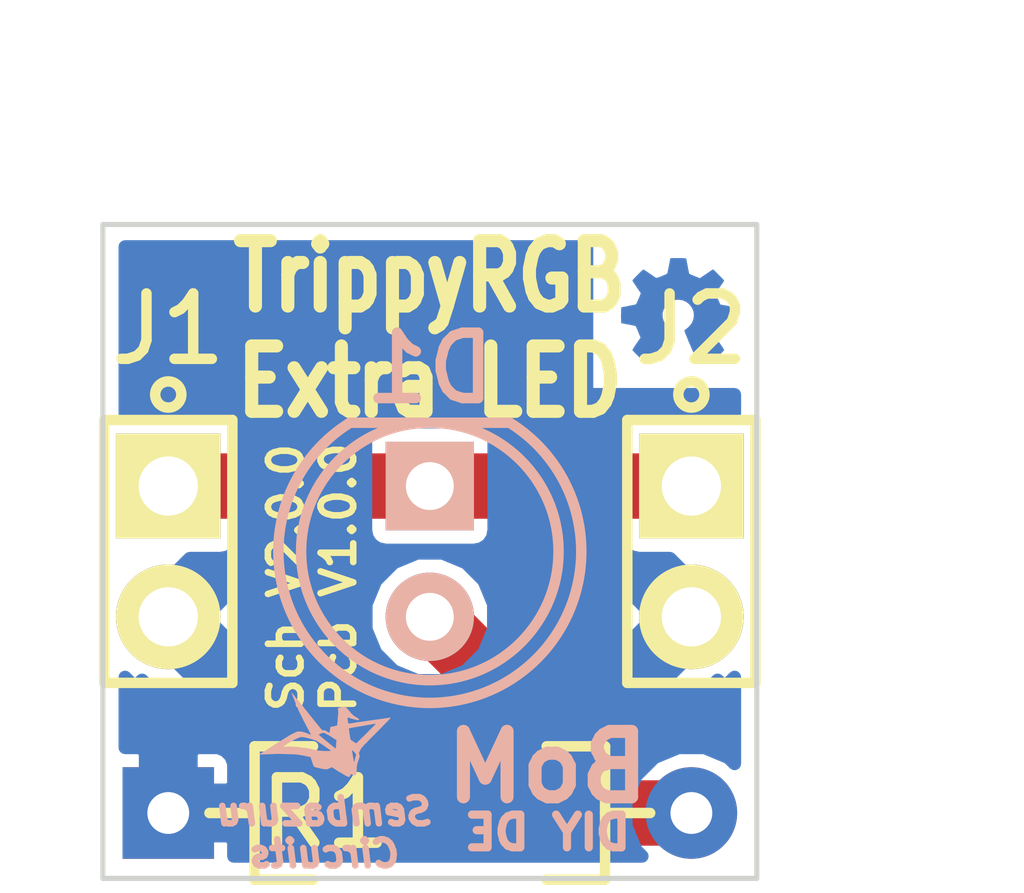
<source format=kicad_pcb>
(kicad_pcb (version 4) (host pcbnew 4.0.4-stable)

  (general
    (links 5)
    (no_connects 0)
    (area 150.1267 96.36 172.739525 114.846101)
    (thickness 1.6002)
    (drawings 11)
    (tracks 4)
    (zones 0)
    (modules 6)
    (nets 4)
  )

  (page A4)
  (title_block
    (title "Interactive Rainbow - Extra LEDs")
    (date 2016-10-08)
    (rev 1.0.0)
    (company "Sembazuru Circuit (for Barrel of Makers)")
    (comment 1 "1.0.0 - First PWB layout.")
  )

  (layers
    (0 F.Cu signal)
    (31 B.Cu signal)
    (32 B.Adhes user)
    (33 F.Adhes user)
    (34 B.Paste user)
    (35 F.Paste user)
    (36 B.SilkS user)
    (37 F.SilkS user)
    (38 B.Mask user)
    (39 F.Mask user)
    (40 Dwgs.User user)
    (41 Cmts.User user)
    (42 Eco1.User user)
    (43 Eco2.User user)
    (44 Edge.Cuts user)
    (45 Margin user)
    (46 B.CrtYd user)
    (47 F.CrtYd user)
    (48 B.Fab user)
    (49 F.Fab user)
  )

  (setup
    (last_trace_width 1.27)
    (trace_clearance 0.254)
    (zone_clearance 0.254)
    (zone_45_only no)
    (trace_min 0.1524)
    (segment_width 0.2)
    (edge_width 0.1)
    (via_size 0.6858)
    (via_drill 0.3302)
    (via_min_size 0.6858)
    (via_min_drill 0.3302)
    (uvia_size 0.762)
    (uvia_drill 0.508)
    (uvias_allowed no)
    (uvia_min_size 0)
    (uvia_min_drill 0)
    (pcb_text_width 0.3)
    (pcb_text_size 1.5 1.5)
    (mod_edge_width 0.15)
    (mod_text_size 1 1)
    (mod_text_width 0.15)
    (pad_size 1.7145 1.7145)
    (pad_drill 0.93)
    (pad_to_mask_clearance 0)
    (aux_axis_origin 152.4 101.6)
    (visible_elements 7FFFFFFF)
    (pcbplotparams
      (layerselection 0x301f0_80000001)
      (usegerberextensions true)
      (usegerberattributes true)
      (excludeedgelayer true)
      (linewidth 0.076200)
      (plotframeref false)
      (viasonmask false)
      (mode 1)
      (useauxorigin true)
      (hpglpennumber 1)
      (hpglpenspeed 20)
      (hpglpendiameter 15)
      (hpglpenoverlay 2)
      (psnegative false)
      (psa4output false)
      (plotreference true)
      (plotvalue true)
      (plotinvisibletext false)
      (padsonsilk false)
      (subtractmaskfromsilk true)
      (outputformat 1)
      (mirror false)
      (drillshape 0)
      (scaleselection 1)
      (outputdirectory Gerbers/))
  )

  (net 0 "")
  (net 1 "Net-(D1-Pad2)")
  (net 2 +5V)
  (net 3 /~LED_On)

  (net_class Default "This is the default net class."
    (clearance 0.254)
    (trace_width 1.27)
    (via_dia 0.6858)
    (via_drill 0.3302)
    (uvia_dia 0.762)
    (uvia_drill 0.508)
    (add_net +5V)
    (add_net /~LED_On)
    (add_net "Net-(D1-Pad2)")
  )

  (module logos:OSHW_02mm_copper_noMask (layer B.Cu) (tedit 0) (tstamp 573C0CC6)
    (at 163.576 103.251 180)
    (fp_text reference G*** (at 0 -1.17856 180) (layer B.SilkS) hide
      (effects (font (size 0.1016 0.1016) (thickness 0.02032)) (justify mirror))
    )
    (fp_text value LOGO (at 0 1.17856 180) (layer B.SilkS) hide
      (effects (font (size 0.1016 0.1016) (thickness 0.02032)) (justify mirror))
    )
    (fp_poly (pts (xy -0.6731 -0.99822) (xy -0.66294 -0.99314) (xy -0.635 -0.97536) (xy -0.59944 -0.9525)
      (xy -0.55372 -0.92202) (xy -0.51054 -0.89154) (xy -0.47498 -0.86868) (xy -0.44958 -0.8509)
      (xy -0.43942 -0.84582) (xy -0.4318 -0.84836) (xy -0.41148 -0.85852) (xy -0.381 -0.87376)
      (xy -0.36322 -0.88392) (xy -0.33528 -0.89408) (xy -0.32258 -0.89662) (xy -0.32004 -0.89408)
      (xy -0.30988 -0.87376) (xy -0.29464 -0.83566) (xy -0.27178 -0.7874) (xy -0.24892 -0.73152)
      (xy -0.22352 -0.67056) (xy -0.19558 -0.6096) (xy -0.17272 -0.54864) (xy -0.14986 -0.4953)
      (xy -0.13208 -0.45212) (xy -0.12192 -0.42164) (xy -0.11684 -0.40894) (xy -0.11938 -0.4064)
      (xy -0.13208 -0.3937) (xy -0.15748 -0.37592) (xy -0.20828 -0.33274) (xy -0.26162 -0.2667)
      (xy -0.2921 -0.19304) (xy -0.3048 -0.11176) (xy -0.29464 -0.03556) (xy -0.26416 0.03556)
      (xy -0.21336 0.1016) (xy -0.1524 0.14986) (xy -0.08128 0.18034) (xy 0 0.1905)
      (xy 0.0762 0.18288) (xy 0.14986 0.1524) (xy 0.2159 0.1016) (xy 0.24384 0.07112)
      (xy 0.28194 0.00508) (xy 0.3048 -0.06604) (xy 0.30734 -0.08382) (xy 0.30226 -0.16256)
      (xy 0.2794 -0.23622) (xy 0.23876 -0.30226) (xy 0.18288 -0.35814) (xy 0.17526 -0.36322)
      (xy 0.14732 -0.38354) (xy 0.12954 -0.39624) (xy 0.11684 -0.40894) (xy 0.2159 -0.6477)
      (xy 0.23114 -0.6858) (xy 0.25908 -0.75184) (xy 0.28194 -0.80772) (xy 0.30226 -0.85344)
      (xy 0.31496 -0.88392) (xy 0.32258 -0.89408) (xy 0.32258 -0.89662) (xy 0.3302 -0.89662)
      (xy 0.34798 -0.89154) (xy 0.38354 -0.87376) (xy 0.40386 -0.8636) (xy 0.42926 -0.8509)
      (xy 0.44196 -0.84582) (xy 0.45212 -0.8509) (xy 0.47498 -0.86614) (xy 0.51054 -0.89154)
      (xy 0.55372 -0.91948) (xy 0.59436 -0.94742) (xy 0.63246 -0.97282) (xy 0.6604 -0.9906)
      (xy 0.6731 -0.99822) (xy 0.67564 -0.99822) (xy 0.6858 -0.9906) (xy 0.70866 -0.97282)
      (xy 0.74168 -0.94234) (xy 0.7874 -0.89662) (xy 0.79502 -0.889) (xy 0.83312 -0.8509)
      (xy 0.8636 -0.81788) (xy 0.88392 -0.79502) (xy 0.89154 -0.78486) (xy 0.89154 -0.78486)
      (xy 0.88392 -0.77216) (xy 0.86614 -0.74422) (xy 0.84328 -0.70612) (xy 0.8128 -0.66294)
      (xy 0.73152 -0.5461) (xy 0.77724 -0.43688) (xy 0.78994 -0.40386) (xy 0.80772 -0.36322)
      (xy 0.82042 -0.33528) (xy 0.8255 -0.32258) (xy 0.8382 -0.3175) (xy 0.86614 -0.31242)
      (xy 0.90932 -0.30226) (xy 0.96266 -0.2921) (xy 1.01092 -0.28448) (xy 1.0541 -0.27432)
      (xy 1.08712 -0.26924) (xy 1.10236 -0.2667) (xy 1.1049 -0.26416) (xy 1.10744 -0.25654)
      (xy 1.10998 -0.2413) (xy 1.10998 -0.2159) (xy 1.11252 -0.17272) (xy 1.11252 -0.11176)
      (xy 1.11252 -0.10414) (xy 1.10998 -0.04572) (xy 1.10998 0) (xy 1.10744 0.02794)
      (xy 1.10744 0.04064) (xy 1.10744 0.04064) (xy 1.0922 0.04318) (xy 1.06172 0.0508)
      (xy 1.016 0.05842) (xy 0.9652 0.06858) (xy 0.96012 0.07112) (xy 0.90932 0.08128)
      (xy 0.8636 0.0889) (xy 0.83312 0.09652) (xy 0.82042 0.1016) (xy 0.81788 0.10414)
      (xy 0.80772 0.12446) (xy 0.79248 0.15748) (xy 0.7747 0.19812) (xy 0.75692 0.23876)
      (xy 0.74168 0.27686) (xy 0.73152 0.3048) (xy 0.72898 0.3175) (xy 0.72898 0.3175)
      (xy 0.7366 0.3302) (xy 0.75438 0.3556) (xy 0.77978 0.3937) (xy 0.8128 0.43942)
      (xy 0.8128 0.44196) (xy 0.84328 0.48768) (xy 0.86868 0.52578) (xy 0.88392 0.55118)
      (xy 0.89154 0.56388) (xy 0.89154 0.56388) (xy 0.88138 0.57658) (xy 0.85852 0.60198)
      (xy 0.8255 0.63754) (xy 0.7874 0.67564) (xy 0.7747 0.68834) (xy 0.73152 0.73152)
      (xy 0.70104 0.75946) (xy 0.68326 0.77216) (xy 0.6731 0.77724) (xy 0.6731 0.77724)
      (xy 0.6604 0.76708) (xy 0.63246 0.7493) (xy 0.59436 0.7239) (xy 0.54864 0.69342)
      (xy 0.5461 0.69088) (xy 0.50038 0.6604) (xy 0.46482 0.635) (xy 0.43688 0.61722)
      (xy 0.42672 0.61214) (xy 0.42418 0.61214) (xy 0.4064 0.61722) (xy 0.37338 0.62738)
      (xy 0.33528 0.64262) (xy 0.29464 0.6604) (xy 0.25654 0.67564) (xy 0.2286 0.68834)
      (xy 0.2159 0.69596) (xy 0.2159 0.69596) (xy 0.21082 0.7112) (xy 0.2032 0.74422)
      (xy 0.19304 0.78994) (xy 0.18288 0.84582) (xy 0.18034 0.85344) (xy 0.17018 0.90678)
      (xy 0.16256 0.94996) (xy 0.15748 0.98044) (xy 0.1524 0.99314) (xy 0.14478 0.99568)
      (xy 0.11938 0.99822) (xy 0.08128 0.99822) (xy 0.03302 0.99822) (xy -0.01524 0.99822)
      (xy -0.06604 0.99822) (xy -0.10668 0.99568) (xy -0.13716 0.99314) (xy -0.14986 0.9906)
      (xy -0.14986 0.9906) (xy -0.15494 0.97536) (xy -0.16256 0.94234) (xy -0.17018 0.89408)
      (xy -0.18288 0.84074) (xy -0.18288 0.83058) (xy -0.19304 0.77724) (xy -0.2032 0.73406)
      (xy -0.20828 0.70358) (xy -0.21336 0.69342) (xy -0.2159 0.69088) (xy -0.23876 0.68072)
      (xy -0.27432 0.66548) (xy -0.3175 0.6477) (xy -0.4191 0.60706) (xy -0.5461 0.69342)
      (xy -0.55626 0.70104) (xy -0.60198 0.73152) (xy -0.63754 0.75692) (xy -0.66294 0.77216)
      (xy -0.67564 0.77724) (xy -0.67564 0.77724) (xy -0.68834 0.76708) (xy -0.71374 0.74422)
      (xy -0.74676 0.7112) (xy -0.78486 0.67056) (xy -0.81534 0.64262) (xy -0.84836 0.60706)
      (xy -0.87122 0.5842) (xy -0.88392 0.56896) (xy -0.88646 0.5588) (xy -0.88646 0.55372)
      (xy -0.87884 0.54102) (xy -0.86106 0.51308) (xy -0.83312 0.47498) (xy -0.80264 0.4318)
      (xy -0.77978 0.3937) (xy -0.75184 0.35306) (xy -0.73406 0.32258) (xy -0.72898 0.30734)
      (xy -0.72898 0.30226) (xy -0.73914 0.27686) (xy -0.75184 0.2413) (xy -0.77216 0.19558)
      (xy -0.81534 0.09652) (xy -0.87884 0.08382) (xy -0.91948 0.07874) (xy -0.97536 0.06604)
      (xy -1.02616 0.05588) (xy -1.10998 0.04064) (xy -1.11252 -0.25908) (xy -1.09982 -0.26416)
      (xy -1.08712 -0.2667) (xy -1.05664 -0.27432) (xy -1.01346 -0.28194) (xy -0.96266 -0.2921)
      (xy -0.91948 -0.29972) (xy -0.87376 -0.30988) (xy -0.84328 -0.31496) (xy -0.82804 -0.3175)
      (xy -0.8255 -0.32258) (xy -0.81534 -0.3429) (xy -0.79756 -0.37846) (xy -0.78232 -0.4191)
      (xy -0.76454 -0.45974) (xy -0.7493 -0.50038) (xy -0.7366 -0.52832) (xy -0.73406 -0.5461)
      (xy -0.73914 -0.55626) (xy -0.75692 -0.58166) (xy -0.77978 -0.61976) (xy -0.81026 -0.66294)
      (xy -0.84074 -0.70612) (xy -0.86614 -0.74422) (xy -0.88138 -0.76962) (xy -0.889 -0.78232)
      (xy -0.88646 -0.79248) (xy -0.86868 -0.8128) (xy -0.83566 -0.84582) (xy -0.7874 -0.89408)
      (xy -0.77978 -0.9017) (xy -0.73914 -0.9398) (xy -0.70612 -0.97028) (xy -0.68326 -0.9906)
      (xy -0.6731 -0.99822)) (layer B.Cu) (width 0.00254))
    (fp_poly (pts (xy -0.6731 -0.99822) (xy -0.66294 -0.99314) (xy -0.635 -0.97536) (xy -0.59944 -0.9525)
      (xy -0.55372 -0.92202) (xy -0.51054 -0.89154) (xy -0.47498 -0.86868) (xy -0.44958 -0.8509)
      (xy -0.43942 -0.84582) (xy -0.4318 -0.84836) (xy -0.41148 -0.85852) (xy -0.381 -0.87376)
      (xy -0.36322 -0.88392) (xy -0.33528 -0.89408) (xy -0.32258 -0.89662) (xy -0.32004 -0.89408)
      (xy -0.30988 -0.87376) (xy -0.29464 -0.83566) (xy -0.27178 -0.7874) (xy -0.24892 -0.73152)
      (xy -0.22352 -0.67056) (xy -0.19558 -0.6096) (xy -0.17272 -0.54864) (xy -0.14986 -0.4953)
      (xy -0.13208 -0.45212) (xy -0.12192 -0.42164) (xy -0.11684 -0.40894) (xy -0.11938 -0.4064)
      (xy -0.13208 -0.3937) (xy -0.15748 -0.37592) (xy -0.20828 -0.33274) (xy -0.26162 -0.2667)
      (xy -0.2921 -0.19304) (xy -0.3048 -0.11176) (xy -0.29464 -0.03556) (xy -0.26416 0.03556)
      (xy -0.21336 0.1016) (xy -0.1524 0.14986) (xy -0.08128 0.18034) (xy 0 0.1905)
      (xy 0.0762 0.18288) (xy 0.14986 0.1524) (xy 0.2159 0.1016) (xy 0.24384 0.07112)
      (xy 0.28194 0.00508) (xy 0.3048 -0.06604) (xy 0.30734 -0.08382) (xy 0.30226 -0.16256)
      (xy 0.2794 -0.23622) (xy 0.23876 -0.30226) (xy 0.18288 -0.35814) (xy 0.17526 -0.36322)
      (xy 0.14732 -0.38354) (xy 0.12954 -0.39624) (xy 0.11684 -0.40894) (xy 0.2159 -0.6477)
      (xy 0.23114 -0.6858) (xy 0.25908 -0.75184) (xy 0.28194 -0.80772) (xy 0.30226 -0.85344)
      (xy 0.31496 -0.88392) (xy 0.32258 -0.89408) (xy 0.32258 -0.89662) (xy 0.3302 -0.89662)
      (xy 0.34798 -0.89154) (xy 0.38354 -0.87376) (xy 0.40386 -0.8636) (xy 0.42926 -0.8509)
      (xy 0.44196 -0.84582) (xy 0.45212 -0.8509) (xy 0.47498 -0.86614) (xy 0.51054 -0.89154)
      (xy 0.55372 -0.91948) (xy 0.59436 -0.94742) (xy 0.63246 -0.97282) (xy 0.6604 -0.9906)
      (xy 0.6731 -0.99822) (xy 0.67564 -0.99822) (xy 0.6858 -0.9906) (xy 0.70866 -0.97282)
      (xy 0.74168 -0.94234) (xy 0.7874 -0.89662) (xy 0.79502 -0.889) (xy 0.83312 -0.8509)
      (xy 0.8636 -0.81788) (xy 0.88392 -0.79502) (xy 0.89154 -0.78486) (xy 0.89154 -0.78486)
      (xy 0.88392 -0.77216) (xy 0.86614 -0.74422) (xy 0.84328 -0.70612) (xy 0.8128 -0.66294)
      (xy 0.73152 -0.5461) (xy 0.77724 -0.43688) (xy 0.78994 -0.40386) (xy 0.80772 -0.36322)
      (xy 0.82042 -0.33528) (xy 0.8255 -0.32258) (xy 0.8382 -0.3175) (xy 0.86614 -0.31242)
      (xy 0.90932 -0.30226) (xy 0.96266 -0.2921) (xy 1.01092 -0.28448) (xy 1.0541 -0.27432)
      (xy 1.08712 -0.26924) (xy 1.10236 -0.2667) (xy 1.1049 -0.26416) (xy 1.10744 -0.25654)
      (xy 1.10998 -0.2413) (xy 1.10998 -0.2159) (xy 1.11252 -0.17272) (xy 1.11252 -0.11176)
      (xy 1.11252 -0.10414) (xy 1.10998 -0.04572) (xy 1.10998 0) (xy 1.10744 0.02794)
      (xy 1.10744 0.04064) (xy 1.10744 0.04064) (xy 1.0922 0.04318) (xy 1.06172 0.0508)
      (xy 1.016 0.05842) (xy 0.9652 0.06858) (xy 0.96012 0.07112) (xy 0.90932 0.08128)
      (xy 0.8636 0.0889) (xy 0.83312 0.09652) (xy 0.82042 0.1016) (xy 0.81788 0.10414)
      (xy 0.80772 0.12446) (xy 0.79248 0.15748) (xy 0.7747 0.19812) (xy 0.75692 0.23876)
      (xy 0.74168 0.27686) (xy 0.73152 0.3048) (xy 0.72898 0.3175) (xy 0.72898 0.3175)
      (xy 0.7366 0.3302) (xy 0.75438 0.3556) (xy 0.77978 0.3937) (xy 0.8128 0.43942)
      (xy 0.8128 0.44196) (xy 0.84328 0.48768) (xy 0.86868 0.52578) (xy 0.88392 0.55118)
      (xy 0.89154 0.56388) (xy 0.89154 0.56388) (xy 0.88138 0.57658) (xy 0.85852 0.60198)
      (xy 0.8255 0.63754) (xy 0.7874 0.67564) (xy 0.7747 0.68834) (xy 0.73152 0.73152)
      (xy 0.70104 0.75946) (xy 0.68326 0.77216) (xy 0.6731 0.77724) (xy 0.6731 0.77724)
      (xy 0.6604 0.76708) (xy 0.63246 0.7493) (xy 0.59436 0.7239) (xy 0.54864 0.69342)
      (xy 0.5461 0.69088) (xy 0.50038 0.6604) (xy 0.46482 0.635) (xy 0.43688 0.61722)
      (xy 0.42672 0.61214) (xy 0.42418 0.61214) (xy 0.4064 0.61722) (xy 0.37338 0.62738)
      (xy 0.33528 0.64262) (xy 0.29464 0.6604) (xy 0.25654 0.67564) (xy 0.2286 0.68834)
      (xy 0.2159 0.69596) (xy 0.2159 0.69596) (xy 0.21082 0.7112) (xy 0.2032 0.74422)
      (xy 0.19304 0.78994) (xy 0.18288 0.84582) (xy 0.18034 0.85344) (xy 0.17018 0.90678)
      (xy 0.16256 0.94996) (xy 0.15748 0.98044) (xy 0.1524 0.99314) (xy 0.14478 0.99568)
      (xy 0.11938 0.99822) (xy 0.08128 0.99822) (xy 0.03302 0.99822) (xy -0.01524 0.99822)
      (xy -0.06604 0.99822) (xy -0.10668 0.99568) (xy -0.13716 0.99314) (xy -0.14986 0.9906)
      (xy -0.14986 0.9906) (xy -0.15494 0.97536) (xy -0.16256 0.94234) (xy -0.17018 0.89408)
      (xy -0.18288 0.84074) (xy -0.18288 0.83058) (xy -0.19304 0.77724) (xy -0.2032 0.73406)
      (xy -0.20828 0.70358) (xy -0.21336 0.69342) (xy -0.2159 0.69088) (xy -0.23876 0.68072)
      (xy -0.27432 0.66548) (xy -0.3175 0.6477) (xy -0.4191 0.60706) (xy -0.5461 0.69342)
      (xy -0.55626 0.70104) (xy -0.60198 0.73152) (xy -0.63754 0.75692) (xy -0.66294 0.77216)
      (xy -0.67564 0.77724) (xy -0.67564 0.77724) (xy -0.68834 0.76708) (xy -0.71374 0.74422)
      (xy -0.74676 0.7112) (xy -0.78486 0.67056) (xy -0.81534 0.64262) (xy -0.84836 0.60706)
      (xy -0.87122 0.5842) (xy -0.88392 0.56896) (xy -0.88646 0.5588) (xy -0.88646 0.55372)
      (xy -0.87884 0.54102) (xy -0.86106 0.51308) (xy -0.83312 0.47498) (xy -0.80264 0.4318)
      (xy -0.77978 0.3937) (xy -0.75184 0.35306) (xy -0.73406 0.32258) (xy -0.72898 0.30734)
      (xy -0.72898 0.30226) (xy -0.73914 0.27686) (xy -0.75184 0.2413) (xy -0.77216 0.19558)
      (xy -0.81534 0.09652) (xy -0.87884 0.08382) (xy -0.91948 0.07874) (xy -0.97536 0.06604)
      (xy -1.02616 0.05588) (xy -1.10998 0.04064) (xy -1.11252 -0.25908) (xy -1.09982 -0.26416)
      (xy -1.08712 -0.2667) (xy -1.05664 -0.27432) (xy -1.01346 -0.28194) (xy -0.96266 -0.2921)
      (xy -0.91948 -0.29972) (xy -0.87376 -0.30988) (xy -0.84328 -0.31496) (xy -0.82804 -0.3175)
      (xy -0.8255 -0.32258) (xy -0.81534 -0.3429) (xy -0.79756 -0.37846) (xy -0.78232 -0.4191)
      (xy -0.76454 -0.45974) (xy -0.7493 -0.50038) (xy -0.7366 -0.52832) (xy -0.73406 -0.5461)
      (xy -0.73914 -0.55626) (xy -0.75692 -0.58166) (xy -0.77978 -0.61976) (xy -0.81026 -0.66294)
      (xy -0.84074 -0.70612) (xy -0.86614 -0.74422) (xy -0.88138 -0.76962) (xy -0.889 -0.78232)
      (xy -0.88646 -0.79248) (xy -0.86868 -0.8128) (xy -0.83566 -0.84582) (xy -0.7874 -0.89408)
      (xy -0.77978 -0.9017) (xy -0.73914 -0.9398) (xy -0.70612 -0.97028) (xy -0.68326 -0.9906)
      (xy -0.6731 -0.99822)) (layer B.Mask) (width 0.00254))
  )

  (module logos:crane_0.10in_silkscreen (layer B.Cu) (tedit 0) (tstamp 573C1040)
    (at 156.718 111.506 180)
    (fp_text reference G*** (at 0 -0.90932 180) (layer B.SilkS) hide
      (effects (font (size 0.09398 0.09398) (thickness 0.01778)) (justify mirror))
    )
    (fp_text value LOGO (at 0 0.90932 180) (layer B.SilkS) hide
      (effects (font (size 0.09398 0.09398) (thickness 0.01778)) (justify mirror))
    )
    (fp_poly (pts (xy 1.27 -0.38608) (xy 1.27 -0.39116) (xy 1.26238 -0.39116) (xy 1.24968 -0.38862)
      (xy 1.22174 -0.38608) (xy 1.18364 -0.38354) (xy 1.13792 -0.381) (xy 1.08712 -0.381)
      (xy 1.03124 -0.37846) (xy 0.97282 -0.37592) (xy 0.91186 -0.37592) (xy 0.8509 -0.37592)
      (xy 0.81534 -0.37592) (xy 0.81534 -0.23368) (xy 0.81026 -0.23114) (xy 0.8001 -0.22098)
      (xy 0.78232 -0.20828) (xy 0.75946 -0.19558) (xy 0.73406 -0.1778) (xy 0.70612 -0.16256)
      (xy 0.68072 -0.14478) (xy 0.66802 -0.13716) (xy 0.62484 -0.1143) (xy 0.58166 -0.09144)
      (xy 0.54356 -0.07366) (xy 0.508 -0.05842) (xy 0.49784 -0.05588) (xy 0.47752 -0.0508)
      (xy 0.46228 -0.04572) (xy 0.44704 -0.04826) (xy 0.42672 -0.0508) (xy 0.42418 -0.0508)
      (xy 0.39116 -0.05588) (xy 0.35052 -0.06604) (xy 0.30226 -0.07874) (xy 0.25146 -0.09144)
      (xy 0.23114 -0.09906) (xy 0.2159 -0.1016) (xy 0.2032 -0.10668) (xy 0.1905 -0.11176)
      (xy 0.17526 -0.11938) (xy 0.16256 -0.127) (xy 0.14224 -0.13716) (xy 0.12954 -0.14732)
      (xy 0.12954 -0.00254) (xy 0.12446 0) (xy 0.1143 0.00762) (xy 0.09906 0.01524)
      (xy 0.08128 0.02286) (xy 0.0635 0.02794) (xy 0.05842 0.03048) (xy 0.04064 0.03302)
      (xy 0.0254 0.03302) (xy 0.01524 0.03048) (xy -0.00254 0.02286) (xy -0.02794 0.00762)
      (xy -0.06096 -0.00762) (xy -0.1016 -0.03302) (xy -0.14478 -0.05842) (xy -0.1524 -0.06604)
      (xy -0.22098 -0.10922) (xy -0.2159 -0.15748) (xy -0.21336 -0.19558) (xy -0.21082 -0.22606)
      (xy -0.20828 -0.24638) (xy -0.20574 -0.26162) (xy -0.2032 -0.26924) (xy -0.20066 -0.27178)
      (xy -0.19304 -0.2667) (xy -0.18288 -0.25908) (xy -0.18288 -0.25908) (xy -0.17526 -0.25146)
      (xy -0.16002 -0.2413) (xy -0.1397 -0.22352) (xy -0.1143 -0.2032) (xy -0.08636 -0.18034)
      (xy -0.05334 -0.1524) (xy -0.02032 -0.127) (xy 0.0127 -0.09906) (xy 0.04318 -0.07366)
      (xy 0.07112 -0.0508) (xy 0.09398 -0.03302) (xy 0.11176 -0.01778) (xy 0.12446 -0.00762)
      (xy 0.12954 -0.00254) (xy 0.12954 -0.14732) (xy 0.12192 -0.1524) (xy 0.09398 -0.17018)
      (xy 0.05842 -0.19304) (xy 0.03048 -0.21082) (xy 0 -0.23368) (xy -0.03302 -0.25654)
      (xy -0.06096 -0.27686) (xy -0.08382 -0.2921) (xy -0.1016 -0.3048) (xy -0.11176 -0.30988)
      (xy -0.11176 -0.31242) (xy -0.10922 -0.31496) (xy -0.09652 -0.3175) (xy -0.0762 -0.32004)
      (xy -0.0508 -0.32004) (xy -0.02286 -0.32004) (xy 0.00762 -0.32004) (xy 0.04064 -0.32004)
      (xy 0.07366 -0.3175) (xy 0.1016 -0.31496) (xy 0.12954 -0.31242) (xy 0.14224 -0.30988)
      (xy 0.16764 -0.3048) (xy 0.19812 -0.29972) (xy 0.2286 -0.2921) (xy 0.23114 -0.2921)
      (xy 0.30734 -0.27432) (xy 0.38862 -0.26162) (xy 0.4699 -0.25146) (xy 0.55118 -0.2413)
      (xy 0.62992 -0.23622) (xy 0.70104 -0.23368) (xy 0.74676 -0.23622) (xy 0.77216 -0.23622)
      (xy 0.79502 -0.23622) (xy 0.80772 -0.23622) (xy 0.81534 -0.23368) (xy 0.81534 -0.23368)
      (xy 0.81534 -0.37592) (xy 0.79756 -0.37846) (xy 0.7366 -0.37846) (xy 0.68326 -0.381)
      (xy 0.63754 -0.381) (xy 0.59944 -0.38354) (xy 0.56134 -0.38608) (xy 0.52324 -0.39116)
      (xy 0.48768 -0.39624) (xy 0.44704 -0.40386) (xy 0.40386 -0.41148) (xy 0.3556 -0.42164)
      (xy 0.28448 -0.43688) (xy 0.254 -0.52832) (xy 0.24384 -0.55626) (xy 0.23622 -0.58166)
      (xy 0.2286 -0.60198) (xy 0.22098 -0.61722) (xy 0.21844 -0.6223) (xy 0.21082 -0.62738)
      (xy 0.19558 -0.63246) (xy 0.17018 -0.64008) (xy 0.14478 -0.64516) (xy 0.11176 -0.65278)
      (xy 0.08128 -0.6604) (xy 0.0508 -0.66548) (xy 0.02286 -0.67056) (xy 0 -0.6731)
      (xy -0.0127 -0.6731) (xy -0.0127 -0.6731) (xy -0.03302 -0.6731) (xy -0.04826 -0.67056)
      (xy -0.06604 -0.66294) (xy -0.08636 -0.65278) (xy -0.127 -0.63246) (xy -0.16764 -0.65786)
      (xy -0.19304 -0.6731) (xy -0.22098 -0.69342) (xy -0.254 -0.71374) (xy -0.28956 -0.73406)
      (xy -0.32258 -0.75184) (xy -0.35306 -0.77216) (xy -0.37846 -0.7874) (xy -0.39878 -0.79756)
      (xy -0.41148 -0.80518) (xy -0.43434 -0.81534) (xy -0.44958 -0.82042) (xy -0.45974 -0.82296)
      (xy -0.45974 0.11684) (xy -0.45974 0.12192) (xy -0.45974 0.12192) (xy -0.46482 0.12192)
      (xy -0.48006 0.12446) (xy -0.50292 0.12954) (xy -0.53086 0.13462) (xy -0.56642 0.14224)
      (xy -0.60452 0.14732) (xy -0.635 0.1524) (xy -0.70612 0.1651) (xy -0.76454 0.17526)
      (xy -0.81788 0.18542) (xy -0.85852 0.1905) (xy -0.89408 0.19812) (xy -0.92202 0.2032)
      (xy -0.94234 0.20574) (xy -0.95758 0.20828) (xy -0.96774 0.21082) (xy -0.97028 0.21082)
      (xy -0.98044 0.21082) (xy -0.98298 0.20828) (xy -0.9779 0.2032) (xy -0.96774 0.1905)
      (xy -0.94996 0.17272) (xy -0.92964 0.14986) (xy -0.9017 0.12446) (xy -0.87122 0.09398)
      (xy -0.8382 0.05842) (xy -0.80264 0.02286) (xy -0.79248 0.0127) (xy -0.60198 -0.17272)
      (xy -0.5588 -0.14478) (xy -0.53848 -0.13208) (xy -0.5207 -0.11938) (xy -0.50546 -0.11176)
      (xy -0.50292 -0.10668) (xy -0.4953 -0.1016) (xy -0.49276 -0.09398) (xy -0.48768 -0.08382)
      (xy -0.48514 -0.06604) (xy -0.48006 -0.0381) (xy -0.48006 -0.03556) (xy -0.47244 0.0127)
      (xy -0.46736 0.0508) (xy -0.46228 0.08128) (xy -0.45974 0.1016) (xy -0.45974 0.11684)
      (xy -0.45974 -0.82296) (xy -0.45974 -0.82296) (xy -0.46736 -0.82042) (xy -0.4699 -0.82042)
      (xy -0.47752 -0.8128) (xy -0.48514 -0.79756) (xy -0.48514 -0.79502) (xy -0.49022 -0.78232)
      (xy -0.49276 -0.77216) (xy -0.49276 -0.76962) (xy -0.49784 -0.76708) (xy -0.51054 -0.77216)
      (xy -0.51816 -0.7747) (xy -0.51816 -0.30734) (xy -0.52324 -0.30734) (xy -0.5334 -0.31242)
      (xy -0.54356 -0.32004) (xy -0.5588 -0.33274) (xy -0.5715 -0.34544) (xy -0.58166 -0.36068)
      (xy -0.58928 -0.3683) (xy -0.60198 -0.39116) (xy -0.5842 -0.45466) (xy -0.57658 -0.48514)
      (xy -0.5715 -0.50546) (xy -0.56896 -0.51816) (xy -0.56642 -0.52832) (xy -0.56388 -0.53086)
      (xy -0.56134 -0.5334) (xy -0.56134 -0.5334) (xy -0.5588 -0.52832) (xy -0.55372 -0.51308)
      (xy -0.55118 -0.49276) (xy -0.5461 -0.46736) (xy -0.54102 -0.43434) (xy -0.53848 -0.42926)
      (xy -0.5334 -0.39624) (xy -0.52832 -0.3683) (xy -0.52578 -0.3429) (xy -0.5207 -0.32512)
      (xy -0.51816 -0.3175) (xy -0.51816 -0.31496) (xy -0.51816 -0.30734) (xy -0.51816 -0.7747)
      (xy -0.5207 -0.77724) (xy -0.54102 -0.78486) (xy -0.5588 -0.78994) (xy -0.56896 -0.79248)
      (xy -0.57912 -0.78994) (xy -0.58928 -0.78486) (xy -0.5969 -0.7747) (xy -0.60198 -0.75692)
      (xy -0.60706 -0.73406) (xy -0.6096 -0.70104) (xy -0.61214 -0.66802) (xy -0.61214 -0.63754)
      (xy -0.61468 -0.61468) (xy -0.61722 -0.59436) (xy -0.61976 -0.57658) (xy -0.62738 -0.55626)
      (xy -0.635 -0.5334) (xy -0.64008 -0.5207) (xy -0.65024 -0.48514) (xy -0.6604 -0.4572)
      (xy -0.66548 -0.43434) (xy -0.66802 -0.41656) (xy -0.66548 -0.40386) (xy -0.66294 -0.38862)
      (xy -0.6604 -0.381) (xy -0.65278 -0.3556) (xy -0.67564 -0.31242) (xy -0.6858 -0.28956)
      (xy -0.6985 -0.27178) (xy -0.70612 -0.25654) (xy -0.70866 -0.25146) (xy -0.71628 -0.24638)
      (xy -0.72898 -0.23368) (xy -0.74676 -0.21336) (xy -0.76962 -0.18796) (xy -0.8001 -0.16002)
      (xy -0.83058 -0.127) (xy -0.86614 -0.0889) (xy -0.90424 -0.0508) (xy -0.94488 -0.01016)
      (xy -0.94488 -0.01016) (xy -1.00076 0.04572) (xy -1.05156 0.09652) (xy -1.09474 0.1397)
      (xy -1.1303 0.1778) (xy -1.16332 0.21082) (xy -1.18872 0.23622) (xy -1.21158 0.25908)
      (xy -1.22682 0.27686) (xy -1.24206 0.2921) (xy -1.25222 0.30226) (xy -1.25984 0.31242)
      (xy -1.26492 0.3175) (xy -1.26746 0.32004) (xy -1.26746 0.32258) (xy -1.26746 0.32512)
      (xy -1.26746 0.32512) (xy -1.26746 0.32512) (xy -1.25984 0.32512) (xy -1.2446 0.32512)
      (xy -1.23444 0.32258) (xy -1.22174 0.32258) (xy -1.19888 0.3175) (xy -1.17094 0.31496)
      (xy -1.13792 0.30988) (xy -1.09982 0.3048) (xy -1.05918 0.29718) (xy -1.05156 0.29718)
      (xy -0.97536 0.28702) (xy -0.9017 0.27686) (xy -0.83058 0.2667) (xy -0.76454 0.25654)
      (xy -0.70358 0.24892) (xy -0.6477 0.2413) (xy -0.59944 0.23368) (xy -0.5588 0.22606)
      (xy -0.52832 0.22098) (xy -0.51308 0.21844) (xy -0.48768 0.2159) (xy -0.46736 0.21336)
      (xy -0.45466 0.21082) (xy -0.44958 0.21336) (xy -0.44704 0.21844) (xy -0.4445 0.23368)
      (xy -0.44196 0.25146) (xy -0.43688 0.27432) (xy -0.43434 0.29464) (xy -0.43434 0.31242)
      (xy -0.43434 0.32258) (xy -0.43434 0.32766) (xy -0.43688 0.3302) (xy -0.43942 0.3302)
      (xy -0.44958 0.3302) (xy -0.46482 0.32512) (xy -0.48768 0.3175) (xy -0.51816 0.30734)
      (xy -0.52324 0.30734) (xy -0.55626 0.29718) (xy -0.58674 0.28956) (xy -0.61468 0.28448)
      (xy -0.61976 0.28194) (xy -0.64008 0.28194) (xy -0.65024 0.28194) (xy -0.65786 0.28448)
      (xy -0.65786 0.28702) (xy -0.65786 0.28956) (xy -0.65532 0.29718) (xy -0.64262 0.30734)
      (xy -0.62484 0.32004) (xy -0.60198 0.33528) (xy -0.57912 0.35052) (xy -0.5588 0.36068)
      (xy -0.5461 0.37338) (xy -0.5334 0.38354) (xy -0.5207 0.39624) (xy -0.50546 0.41148)
      (xy -0.48768 0.4318) (xy -0.47244 0.45212) (xy -0.45212 0.47498) (xy -0.43434 0.4953)
      (xy -0.41656 0.51308) (xy -0.4064 0.52578) (xy -0.40386 0.53086) (xy -0.38608 0.54356)
      (xy -0.32766 0.5334) (xy -0.29464 0.52578) (xy -0.27178 0.5207) (xy -0.25654 0.51308)
      (xy -0.24892 0.50546) (xy -0.24638 0.49784) (xy -0.24638 0.4953) (xy -0.24892 0.4826)
      (xy -0.25146 0.47244) (xy -0.254 0.4572) (xy -0.254 0.43942) (xy -0.254 0.41656)
      (xy -0.25146 0.38862) (xy -0.24892 0.35306) (xy -0.24384 0.30988) (xy -0.2413 0.25908)
      (xy -0.23622 0.21082) (xy -0.23114 0.17526) (xy -0.20574 0.16764) (xy -0.18542 0.1651)
      (xy -0.16256 0.16002) (xy -0.14224 0.15494) (xy -0.12446 0.1524) (xy -0.1143 0.14986)
      (xy -0.10668 0.14732) (xy -0.1016 0.1397) (xy -0.09906 0.127) (xy -0.09652 0.10668)
      (xy -0.09144 0.07874) (xy -0.0889 0.05842) (xy -0.08636 0.04064) (xy -0.08382 0.03048)
      (xy -0.08382 0.03048) (xy -0.07874 0.03302) (xy -0.06604 0.04064) (xy -0.04826 0.04826)
      (xy -0.0381 0.05588) (xy -0.01524 0.06858) (xy 0 0.0762) (xy 0.01778 0.08128)
      (xy 0.03048 0.08128) (xy 0.06096 0.08382) (xy 0.10922 0.14224) (xy 0.127 0.1651)
      (xy 0.14986 0.19304) (xy 0.17526 0.22352) (xy 0.2032 0.25654) (xy 0.2286 0.28956)
      (xy 0.23622 0.29972) (xy 0.29972 0.37846) (xy 0.35814 0.45212) (xy 0.40894 0.51562)
      (xy 0.45466 0.57404) (xy 0.4953 0.62484) (xy 0.53086 0.66802) (xy 0.56134 0.70358)
      (xy 0.58674 0.73406) (xy 0.60706 0.75946) (xy 0.6223 0.77978) (xy 0.635 0.79502)
      (xy 0.64516 0.80518) (xy 0.65024 0.81026) (xy 0.65278 0.81026) (xy 0.65024 0.80264)
      (xy 0.64516 0.7874) (xy 0.635 0.75946) (xy 0.6223 0.72644) (xy 0.60452 0.68326)
      (xy 0.58166 0.62992) (xy 0.5588 0.5715) (xy 0.52832 0.50292) (xy 0.5207 0.48006)
      (xy 0.508 0.45212) (xy 0.49022 0.41402) (xy 0.46736 0.37084) (xy 0.4445 0.32258)
      (xy 0.4191 0.26924) (xy 0.38862 0.2159) (xy 0.36068 0.15748) (xy 0.3302 0.1016)
      (xy 0.3175 0.08128) (xy 0.3048 0.05334) (xy 0.2921 0.03048) (xy 0.28448 0.0127)
      (xy 0.27686 0.00254) (xy 0.27686 0) (xy 0.2794 -0.00254) (xy 0.28956 -0.00254)
      (xy 0.29464 0) (xy 0.30226 0.00254) (xy 0.3175 0.01016) (xy 0.33782 0.01778)
      (xy 0.36322 0.02794) (xy 0.38862 0.03556) (xy 0.41402 0.04572) (xy 0.4191 0.04572)
      (xy 0.4572 0.05588) (xy 0.49784 0.05842) (xy 0.49784 0.05842) (xy 0.51562 0.05842)
      (xy 0.53086 0.05842) (xy 0.54356 0.05588) (xy 0.5588 0.04826) (xy 0.57912 0.04064)
      (xy 0.60198 0.03048) (xy 0.62992 0.01524) (xy 0.66294 0) (xy 0.69596 -0.01778)
      (xy 0.71374 -0.03048) (xy 0.7493 -0.05334) (xy 0.79248 -0.07874) (xy 0.84074 -0.10922)
      (xy 0.89408 -0.14224) (xy 0.94996 -0.1778) (xy 1.00584 -0.21336) (xy 1.06172 -0.24892)
      (xy 1.11506 -0.28194) (xy 1.13284 -0.29464) (xy 1.1684 -0.31496) (xy 1.19888 -0.33528)
      (xy 1.22428 -0.35306) (xy 1.24714 -0.3683) (xy 1.26238 -0.37846) (xy 1.27 -0.38354)
      (xy 1.27 -0.38608) (xy 1.27 -0.38608)) (layer B.SilkS) (width 0.00254))
  )

  (module ipc-7251TH-standard:HDRV2W64P254_1X2_508X254X1016A (layer F.Cu) (tedit 57F9033A) (tstamp 574A3EC5)
    (at 153.67 107.95 270)
    (descr "Header Vertical 2Pin 0.100” Pitch 1X2 Fabrication Level A(Most)")
    (tags HDRV2W64P254_1X2_508X254X1016)
    (path /573C1E60)
    (fp_text reference J1 (at -4.318 0 360) (layer F.SilkS)
      (effects (font (size 1.27 1.27) (thickness 0.2032)))
    )
    (fp_text value CONN_01X02 (at 0 2.54 270) (layer F.Fab)
      (effects (font (size 1.016 1.016) (thickness 0.0762)))
    )
    (fp_circle (center -3.048 0) (end -3.302 0) (layer F.SilkS) (width 0.2032))
    (fp_line (start -2.5527 -1.2446) (end 2.5527 -1.2446) (layer F.SilkS) (width 0.2032))
    (fp_line (start 2.5527 -1.2446) (end 2.5527 1.2446) (layer F.SilkS) (width 0.2032))
    (fp_line (start 2.5527 1.2446) (end -2.5527 1.2446) (layer F.SilkS) (width 0.2032))
    (fp_line (start -2.5527 1.2446) (end -2.5527 -1.2446) (layer F.SilkS) (width 0.2032))
    (fp_line (start -2.54 -1.27) (end 2.54 -1.27) (layer F.Fab) (width 0.0762))
    (fp_line (start 2.54 -1.27) (end 2.54 1.27) (layer F.Fab) (width 0.0762))
    (fp_line (start 2.54 1.27) (end -2.54 1.27) (layer F.Fab) (width 0.0762))
    (fp_line (start -2.54 1.27) (end -2.54 -1.27) (layer F.Fab) (width 0.0762))
    (fp_line (start -2.794 -1.5494) (end 2.794 -1.5494) (layer F.CrtYd) (width 0.0254))
    (fp_line (start 2.794 -1.5494) (end 2.794 1.5494) (layer F.CrtYd) (width 0.0254))
    (fp_line (start 2.794 1.5494) (end -2.794 1.5494) (layer F.CrtYd) (width 0.0254))
    (fp_line (start -2.794 1.5494) (end -2.794 -1.5494) (layer F.CrtYd) (width 0.0254))
    (pad 1 thru_hole rect (at -1.27 0 270) (size 2.032 2.032) (drill 1.15062) (layers *.Cu *.Mask F.SilkS)
      (net 3 /~LED_On))
    (pad 2 thru_hole circle (at 1.27 0 270) (size 2.032 2.032) (drill 1.15062) (layers *.Cu *.Mask F.SilkS)
      (net 2 +5V))
    (model Pin_Headers.3dshapes/Pin_Header_Straight_1x02.wrl
      (at (xyz 0 0 0))
      (scale (xyz 1 1 1))
      (rotate (xyz 0 0 0))
    )
  )

  (module ipc-7251TH-standard:HDRV2W64P254_1X2_508X254X1016A (layer F.Cu) (tedit 57F9038B) (tstamp 574A3ED8)
    (at 163.83 107.95 270)
    (descr "Header Vertical 2Pin 0.100” Pitch 1X2 Fabrication Level A(Most)")
    (tags HDRV2W64P254_1X2_508X254X1016)
    (path /573C1EE8)
    (fp_text reference J2 (at -4.318 0 360) (layer F.SilkS)
      (effects (font (size 1.27 1.27) (thickness 0.2032)))
    )
    (fp_text value CONN_01X02 (at 0 -2.286 270) (layer F.Fab)
      (effects (font (size 1.016 1.016) (thickness 0.0762)))
    )
    (fp_circle (center -3.048 0) (end -3.302 0) (layer F.SilkS) (width 0.2032))
    (fp_line (start -2.5527 -1.2446) (end 2.5527 -1.2446) (layer F.SilkS) (width 0.2032))
    (fp_line (start 2.5527 -1.2446) (end 2.5527 1.2446) (layer F.SilkS) (width 0.2032))
    (fp_line (start 2.5527 1.2446) (end -2.5527 1.2446) (layer F.SilkS) (width 0.2032))
    (fp_line (start -2.5527 1.2446) (end -2.5527 -1.2446) (layer F.SilkS) (width 0.2032))
    (fp_line (start -2.54 -1.27) (end 2.54 -1.27) (layer F.Fab) (width 0.0762))
    (fp_line (start 2.54 -1.27) (end 2.54 1.27) (layer F.Fab) (width 0.0762))
    (fp_line (start 2.54 1.27) (end -2.54 1.27) (layer F.Fab) (width 0.0762))
    (fp_line (start -2.54 1.27) (end -2.54 -1.27) (layer F.Fab) (width 0.0762))
    (fp_line (start -2.794 -1.5494) (end 2.794 -1.5494) (layer F.CrtYd) (width 0.0254))
    (fp_line (start 2.794 -1.5494) (end 2.794 1.5494) (layer F.CrtYd) (width 0.0254))
    (fp_line (start 2.794 1.5494) (end -2.794 1.5494) (layer F.CrtYd) (width 0.0254))
    (fp_line (start -2.794 1.5494) (end -2.794 -1.5494) (layer F.CrtYd) (width 0.0254))
    (pad 1 thru_hole rect (at -1.27 0 270) (size 2.032 2.032) (drill 1.15062) (layers *.Cu *.Mask F.SilkS)
      (net 3 /~LED_On))
    (pad 2 thru_hole circle (at 1.27 0 270) (size 2.032 2.032) (drill 1.15062) (layers *.Cu *.Mask F.SilkS)
      (net 2 +5V))
    (model Pin_Headers.3dshapes/Pin_Header_Straight_1x02.wrl
      (at (xyz 0 0 0))
      (scale (xyz 1 1 1))
      (rotate (xyz 0 0 0))
    )
  )

  (module ipc-7251TH-standard:LEDRD254W50D500H960P (layer B.Cu) (tedit 57F903D1) (tstamp 574A5A7F)
    (at 158.75 107.95 270)
    (descr "LED 5mm Vertical")
    (tags LED)
    (path /5626F3ED)
    (fp_text reference D1 (at -3.556 0 360) (layer B.SilkS)
      (effects (font (size 1.27 1.27) (thickness 0.2032)) (justify mirror))
    )
    (fp_text value "RGB Slow Flashing" (at -5.08 0 360) (layer B.Fab)
      (effects (font (size 1.016 1.016) (thickness 0.0762)) (justify mirror))
    )
    (fp_circle (center 0 0) (end 3 0) (layer B.CrtYd) (width 0.0245))
    (fp_arc (start 0 0) (end -2.5 1.55) (angle -296.4) (layer B.Fab) (width 0.0762))
    (fp_line (start -2.5 1.55) (end -2.5 -1.55) (layer B.SilkS) (width 0.2032))
    (fp_circle (center 0 0) (end 2.5 0) (layer B.SilkS) (width 0.2032))
    (fp_circle (center 0 0) (end 2.5 0) (layer B.Fab) (width 0.0762))
    (fp_arc (start 0 0) (end -2.5 1.55) (angle -296.4021744) (layer B.SilkS) (width 0.2032))
    (fp_line (start -2.5 1.55) (end -2.5 -1.55) (layer B.Fab) (width 0.0762))
    (pad 1 thru_hole rect (at -1.27 0 270) (size 1.7145 1.7145) (drill 0.93) (layers *.Cu *.Mask B.SilkS)
      (net 3 /~LED_On))
    (pad 2 thru_hole circle (at 1.27 0 270) (size 1.7145 1.7145) (drill 0.93) (layers *.Cu *.Mask B.SilkS)
      (net 1 "Net-(D1-Pad2)"))
    (model LEDs.3dshapes/LED-5MM.wrl
      (at (xyz 0 0 0.02))
      (scale (xyz 1 1 1))
      (rotate (xyz 0 0 90))
    )
  )

  (module ipc-7251TH-standard:RESAD1016W56L681D259 (layer F.Cu) (tedit 57F90382) (tstamp 57F728B5)
    (at 158.75 113.03)
    (descr "Resistor, Axial; 400 mil C X 22 mil W 268 mil L X 102 mil Dia body - Standard 1/4W Resistor")
    (tags "RES 0.25 1/4")
    (path /562717DF)
    (fp_text reference R1 (at -2.032 0) (layer F.SilkS)
      (effects (font (size 1.27 1.27) (thickness 0.2032)))
    )
    (fp_text value 180Ω (at 1.27 0) (layer F.Fab)
      (effects (font (size 1.016 1.016) (thickness 0.0762)))
    )
    (fp_line (start -3.4036 0) (end -4.2799 0) (layer F.SilkS) (width 0.2032))
    (fp_line (start 3.4036 0) (end 4.2799 0) (layer F.SilkS) (width 0.2032))
    (fp_line (start 2.26907 -1.2954) (end 3.4036 -1.2954) (layer F.SilkS) (width 0.2032))
    (fp_line (start 3.4036 -1.2954) (end 3.4036 1.2954) (layer F.SilkS) (width 0.2032))
    (fp_line (start 3.4036 1.2954) (end 2.26907 1.2954) (layer F.SilkS) (width 0.2032))
    (fp_line (start -2.26907 -1.2954) (end -3.4036 -1.2954) (layer F.SilkS) (width 0.2032))
    (fp_line (start -3.4036 -1.2954) (end -3.4036 1.2954) (layer F.SilkS) (width 0.2032))
    (fp_line (start -3.4036 1.2954) (end -2.26907 1.2954) (layer F.SilkS) (width 0.2032))
    (fp_line (start -3.4036 1.2954) (end -3.4036 -1.2954) (layer F.Fab) (width 0.0762))
    (fp_line (start -3.4036 -1.2954) (end 3.4036 -1.2954) (layer F.Fab) (width 0.0762))
    (fp_line (start 3.4036 -1.2954) (end 3.4036 1.2954) (layer F.Fab) (width 0.0762))
    (fp_line (start 3.4036 1.2954) (end -3.4036 1.2954) (layer F.Fab) (width 0.0762))
    (fp_line (start -3.4036 0) (end -4.4704 0) (layer F.Fab) (width 0.0762))
    (fp_line (start 3.4036 0) (end 4.4704 0) (layer F.Fab) (width 0.0762))
    (fp_circle (center 0 0) (end 0 0.3048) (layer F.CrtYd) (width 0.0254))
    (fp_line (start 0.4064 0) (end -0.4064 0) (layer F.CrtYd) (width 0.0254))
    (fp_line (start 0 -0.4064) (end 0 0.4064) (layer F.CrtYd) (width 0.0254))
    (fp_line (start -5.9436 0.8636) (end -5.9436 -0.8636) (layer F.CrtYd) (width 0.0254))
    (fp_line (start -5.9436 -0.8636) (end -3.6576 -0.8636) (layer F.CrtYd) (width 0.0254))
    (fp_line (start -3.6576 -0.8636) (end -3.6576 -1.5494) (layer F.CrtYd) (width 0.0254))
    (fp_line (start -3.6576 -1.5494) (end 3.6576 -1.5494) (layer F.CrtYd) (width 0.0254))
    (fp_line (start 3.6576 -1.5494) (end 3.6576 -0.8636) (layer F.CrtYd) (width 0.0254))
    (fp_line (start 3.6576 -0.8636) (end 5.9436 -0.8636) (layer F.CrtYd) (width 0.0254))
    (fp_line (start 5.9436 -0.8636) (end 5.9436 0.8636) (layer F.CrtYd) (width 0.0254))
    (fp_line (start 5.9436 0.8636) (end 3.6576 0.8636) (layer F.CrtYd) (width 0.0254))
    (fp_line (start 3.6576 0.8636) (end 3.6576 1.5494) (layer F.CrtYd) (width 0.0254))
    (fp_line (start 3.6576 1.5494) (end -3.6576 1.5494) (layer F.CrtYd) (width 0.0254))
    (fp_line (start -3.6576 1.5494) (end -3.6576 0.8636) (layer F.CrtYd) (width 0.0254))
    (fp_line (start -3.6576 0.8636) (end -5.9436 0.8636) (layer F.CrtYd) (width 0.0254))
    (pad 1 thru_hole rect (at -5.08 0) (size 1.778 1.778) (drill 0.8128) (layers *.Cu *.Mask)
      (net 2 +5V))
    (pad 2 thru_hole circle (at 5.08 0) (size 1.778 1.778) (drill 0.8128) (layers *.Cu *.Mask)
      (net 1 "Net-(D1-Pad2)"))
    (model Resistors_ThroughHole.3dshapes/Resistor_Horizontal_RM10mm.wrl
      (at (xyz 0 0 0))
      (scale (xyz 0.4 0.4 0.4))
      (rotate (xyz 0 0 0))
    )
  )

  (dimension 12.7 (width 0.0762) (layer F.Fab)
    (gr_text "0.5000 in" (at 168.99 107.95 270) (layer F.Fab)
      (effects (font (size 1.016 1.016) (thickness 0.0762)))
    )
    (feature1 (pts (xy 165.354 114.3) (xy 170.34 114.3)))
    (feature2 (pts (xy 165.354 101.6) (xy 170.34 101.6)))
    (crossbar (pts (xy 167.64 101.6) (xy 167.64 114.3)))
    (arrow1a (pts (xy 167.64 114.3) (xy 167.053579 113.173496)))
    (arrow1b (pts (xy 167.64 114.3) (xy 168.226421 113.173496)))
    (arrow2a (pts (xy 167.64 101.6) (xy 167.053579 102.726504)))
    (arrow2b (pts (xy 167.64 101.6) (xy 168.226421 102.726504)))
  )
  (dimension 12.7 (width 0.0762) (layer F.Fab)
    (gr_text "0.5000 in" (at 158.75 97.71) (layer F.Fab)
      (effects (font (size 1.016 1.016) (thickness 0.0762)))
    )
    (feature1 (pts (xy 165.1 101.346) (xy 165.1 96.36)))
    (feature2 (pts (xy 152.4 101.346) (xy 152.4 96.36)))
    (crossbar (pts (xy 152.4 99.06) (xy 165.1 99.06)))
    (arrow1a (pts (xy 165.1 99.06) (xy 163.973496 99.646421)))
    (arrow1b (pts (xy 165.1 99.06) (xy 163.973496 98.473579)))
    (arrow2a (pts (xy 152.4 99.06) (xy 153.526504 99.646421)))
    (arrow2b (pts (xy 152.4 99.06) (xy 153.526504 98.473579)))
  )
  (gr_text "Sch V2.0.0\nPcb V1.0.0" (at 156.464 108.458 90) (layer F.SilkS)
    (effects (font (size 0.635 0.635) (thickness 0.127)))
  )
  (gr_text "DIY DE" (at 161.036 113.411) (layer B.SilkS)
    (effects (font (size 0.635 0.635) (thickness 0.15875)) (justify mirror))
  )
  (gr_text BoM (at 161.036 112.141) (layer B.SilkS)
    (effects (font (size 1.27 1.27) (thickness 0.254)) (justify mirror))
  )
  (gr_text "Sembazuru\nCircuits" (at 156.718 113.411) (layer B.SilkS)
    (effects (font (size 0.508 0.508) (thickness 0.127) italic) (justify mirror))
  )
  (gr_text "TrippyRGB\nExtra LED" (at 158.75 103.632) (layer F.SilkS)
    (effects (font (size 1.27 1.016) (thickness 0.254)))
  )
  (gr_line (start 152.4 114.3) (end 152.4 101.6) (layer Edge.Cuts) (width 0.1))
  (gr_line (start 165.1 114.3) (end 152.4 114.3) (layer Edge.Cuts) (width 0.1))
  (gr_line (start 165.1 101.6) (end 165.1 114.3) (layer Edge.Cuts) (width 0.1))
  (gr_line (start 152.4 101.6) (end 165.1 101.6) (layer Edge.Cuts) (width 0.1))

  (segment (start 163.83 113.03) (end 162.56 113.03) (width 1.27) (layer F.Cu) (net 1))
  (segment (start 162.56 113.03) (end 158.75 109.22) (width 1.27) (layer F.Cu) (net 1))
  (segment (start 158.75 106.68) (end 163.83 106.68) (width 1.27) (layer F.Cu) (net 3))
  (segment (start 153.67 106.68) (end 158.75 106.68) (width 1.27) (layer F.Cu) (net 3))

  (zone (net 2) (net_name +5V) (layer B.Cu) (tstamp 0) (hatch edge 0.508)
    (connect_pads (clearance 0.254))
    (min_thickness 0.254)
    (fill yes (arc_segments 16) (thermal_gap 0.254) (thermal_bridge_width 1.27))
    (polygon
      (pts
        (xy 152.4 101.6) (xy 161.925 101.6) (xy 161.925 104.775) (xy 165.1 104.775) (xy 165.1 114.3)
        (xy 152.4 114.3)
      )
    )
    (filled_polygon
      (pts
        (xy 161.798 104.775) (xy 161.808006 104.82441) (xy 161.836447 104.866035) (xy 161.878841 104.893315) (xy 161.925 104.902)
        (xy 164.669 104.902) (xy 164.669 105.275536) (xy 162.814 105.275536) (xy 162.67281 105.302103) (xy 162.543135 105.385546)
        (xy 162.456141 105.512866) (xy 162.425536 105.664) (xy 162.425536 107.696) (xy 162.452103 107.83719) (xy 162.535546 107.966865)
        (xy 162.662866 108.053859) (xy 162.814 108.084464) (xy 163.412885 108.084464) (xy 163.83 108.50158) (xy 163.844142 108.487437)
        (xy 164.562563 109.205858) (xy 164.54842 109.22) (xy 164.562563 109.234143) (xy 163.844142 109.952563) (xy 163.83 109.93842)
        (xy 163.320737 110.447684) (xy 163.458815 110.595154) (xy 164.013318 110.632523) (xy 164.201185 110.595154) (xy 164.339262 110.447685)
        (xy 164.47621 110.584633) (xy 164.669 110.391843) (xy 164.669 112.072844) (xy 164.550337 111.953974) (xy 164.083727 111.760221)
        (xy 163.57849 111.75978) (xy 163.111542 111.952718) (xy 162.753974 112.309663) (xy 162.560221 112.776273) (xy 162.55978 113.28151)
        (xy 162.752718 113.748458) (xy 162.87305 113.869) (xy 154.94 113.869) (xy 154.94 113.56975) (xy 154.84475 113.4745)
        (xy 154.1145 113.4745) (xy 154.1145 113.558) (xy 153.2255 113.558) (xy 153.2255 113.4745) (xy 153.142 113.4745)
        (xy 153.142 112.5855) (xy 153.2255 112.5855) (xy 153.2255 111.85525) (xy 154.1145 111.85525) (xy 154.1145 112.5855)
        (xy 154.84475 112.5855) (xy 154.94 112.49025) (xy 154.94 112.065215) (xy 154.881996 111.925181) (xy 154.77482 111.818004)
        (xy 154.634786 111.76) (xy 154.20975 111.76) (xy 154.1145 111.85525) (xy 153.2255 111.85525) (xy 153.13025 111.76)
        (xy 152.831 111.76) (xy 152.831 110.391843) (xy 153.02379 110.584633) (xy 153.160738 110.447685) (xy 153.298815 110.595154)
        (xy 153.853318 110.632523) (xy 154.041185 110.595154) (xy 154.179263 110.447684) (xy 153.67 109.93842) (xy 153.655858 109.952563)
        (xy 152.937438 109.234143) (xy 152.95158 109.22) (xy 154.38842 109.22) (xy 154.897684 109.729263) (xy 155.045154 109.591185)
        (xy 155.053642 109.465223) (xy 157.511535 109.465223) (xy 157.69965 109.920496) (xy 158.047672 110.269125) (xy 158.502616 110.458035)
        (xy 158.995223 110.458465) (xy 159.450496 110.27035) (xy 159.799125 109.922328) (xy 159.988035 109.467384) (xy 159.98809 109.403318)
        (xy 162.417477 109.403318) (xy 162.454846 109.591185) (xy 162.602316 109.729263) (xy 163.11158 109.22) (xy 162.602316 108.710737)
        (xy 162.454846 108.848815) (xy 162.417477 109.403318) (xy 159.98809 109.403318) (xy 159.988465 108.974777) (xy 159.80035 108.519504)
        (xy 159.452328 108.170875) (xy 158.997384 107.981965) (xy 158.504777 107.981535) (xy 158.049504 108.16965) (xy 157.700875 108.517672)
        (xy 157.511965 108.972616) (xy 157.511535 109.465223) (xy 155.053642 109.465223) (xy 155.082523 109.036682) (xy 155.045154 108.848815)
        (xy 154.897684 108.710737) (xy 154.38842 109.22) (xy 152.95158 109.22) (xy 152.937438 109.205858) (xy 153.655858 108.487437)
        (xy 153.67 108.50158) (xy 154.087115 108.084464) (xy 154.686 108.084464) (xy 154.82719 108.057897) (xy 154.956865 107.974454)
        (xy 155.043859 107.847134) (xy 155.074464 107.696) (xy 155.074464 105.82275) (xy 157.504286 105.82275) (xy 157.504286 107.53725)
        (xy 157.530853 107.67844) (xy 157.614296 107.808115) (xy 157.741616 107.895109) (xy 157.89275 107.925714) (xy 159.60725 107.925714)
        (xy 159.74844 107.899147) (xy 159.878115 107.815704) (xy 159.965109 107.688384) (xy 159.995714 107.53725) (xy 159.995714 105.82275)
        (xy 159.969147 105.68156) (xy 159.885704 105.551885) (xy 159.758384 105.464891) (xy 159.60725 105.434286) (xy 157.89275 105.434286)
        (xy 157.75156 105.460853) (xy 157.621885 105.544296) (xy 157.534891 105.671616) (xy 157.504286 105.82275) (xy 155.074464 105.82275)
        (xy 155.074464 105.664) (xy 155.047897 105.52281) (xy 154.964454 105.393135) (xy 154.837134 105.306141) (xy 154.686 105.275536)
        (xy 152.831 105.275536) (xy 152.831 102.031) (xy 161.798 102.031)
      )
    )
  )
)

</source>
